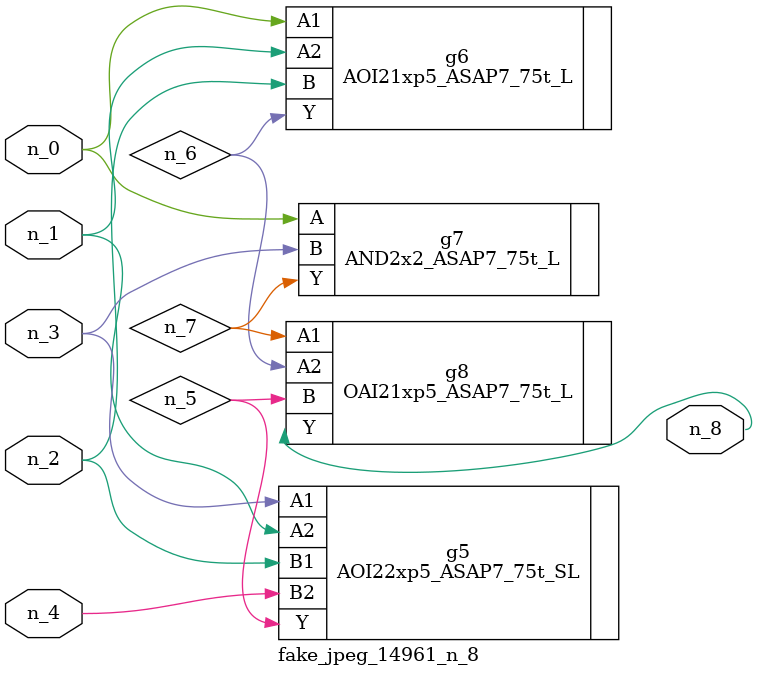
<source format=v>
module fake_jpeg_14961_n_8 (n_3, n_2, n_1, n_0, n_4, n_8);

input n_3;
input n_2;
input n_1;
input n_0;
input n_4;

output n_8;

wire n_6;
wire n_5;
wire n_7;

AOI22xp5_ASAP7_75t_SL g5 ( 
.A1(n_3),
.A2(n_1),
.B1(n_2),
.B2(n_4),
.Y(n_5)
);

AOI21xp5_ASAP7_75t_L g6 ( 
.A1(n_0),
.A2(n_1),
.B(n_2),
.Y(n_6)
);

AND2x2_ASAP7_75t_L g7 ( 
.A(n_0),
.B(n_3),
.Y(n_7)
);

OAI21xp5_ASAP7_75t_L g8 ( 
.A1(n_7),
.A2(n_6),
.B(n_5),
.Y(n_8)
);


endmodule
</source>
